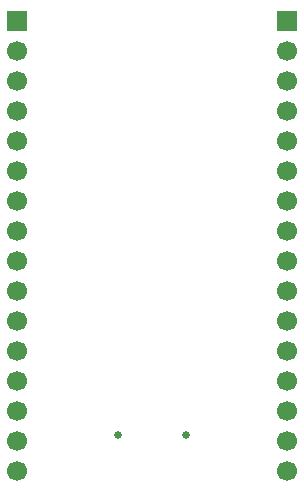
<source format=gbr>
%TF.GenerationSoftware,KiCad,Pcbnew,9.0.0*%
%TF.CreationDate,2025-05-27T11:33:04+06:00*%
%TF.ProjectId,devboard,64657662-6f61-4726-942e-6b696361645f,rev?*%
%TF.SameCoordinates,Original*%
%TF.FileFunction,Soldermask,Bot*%
%TF.FilePolarity,Negative*%
%FSLAX46Y46*%
G04 Gerber Fmt 4.6, Leading zero omitted, Abs format (unit mm)*
G04 Created by KiCad (PCBNEW 9.0.0) date 2025-05-27 11:33:04*
%MOMM*%
%LPD*%
G01*
G04 APERTURE LIST*
%ADD10R,1.700000X1.700000*%
%ADD11C,1.700000*%
%ADD12C,0.650000*%
G04 APERTURE END LIST*
D10*
%TO.C,J3*%
X139700000Y-66040000D03*
D11*
X139700000Y-68580000D03*
X139700000Y-71120000D03*
X139700000Y-73660000D03*
X139700000Y-76200000D03*
X139700000Y-78740000D03*
X139700000Y-81280000D03*
X139700000Y-83820000D03*
X139700000Y-86360000D03*
X139700000Y-88900000D03*
X139700000Y-91440000D03*
X139700000Y-93980000D03*
X139700000Y-96520000D03*
X139700000Y-99060000D03*
X139700000Y-101600000D03*
X139700000Y-104140000D03*
%TD*%
D10*
%TO.C,J4*%
X162560000Y-66040000D03*
D11*
X162560000Y-68580000D03*
X162560000Y-71120000D03*
X162560000Y-73660000D03*
X162560000Y-76200000D03*
X162560000Y-78740000D03*
X162560000Y-81280000D03*
X162560000Y-83820000D03*
X162560000Y-86360000D03*
X162560000Y-88900000D03*
X162560000Y-91440000D03*
X162560000Y-93980000D03*
X162560000Y-96520000D03*
X162560000Y-99060000D03*
X162560000Y-101600000D03*
X162560000Y-104140000D03*
%TD*%
D12*
%TO.C,J1*%
X148240000Y-101092000D03*
X154020000Y-101092000D03*
%TD*%
M02*

</source>
